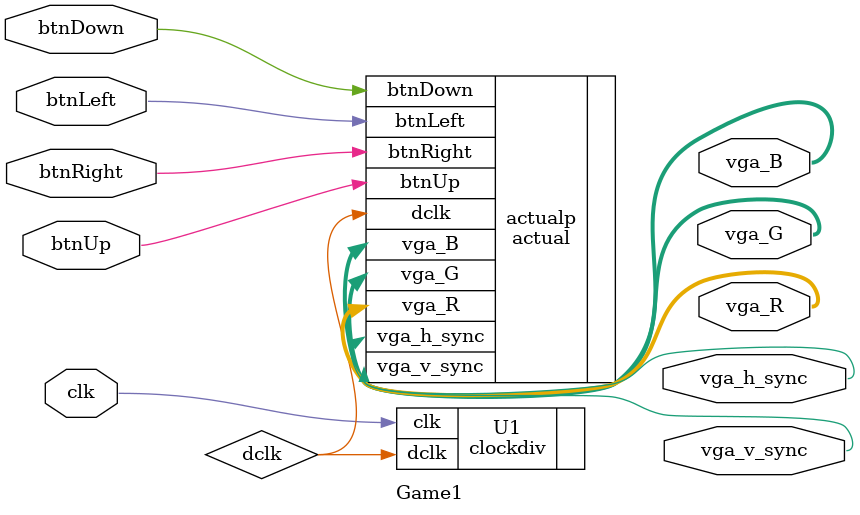
<source format=v>
`timescale 1ns / 1ps
module Game1(clk, vga_h_sync, vga_v_sync, vga_R, vga_G, vga_B, btnUp, btnDown, btnLeft, btnRight
    );
input clk;
output wire vga_h_sync, vga_v_sync;
output wire [2:0] vga_R, vga_G;
output wire [1:0] vga_B;
input btnUp, btnDown, btnLeft, btnRight;



	wire dclk;
	clockdiv U1(.clk(clk), .dclk(dclk));
	
	actual actualp(.dclk(dclk), .vga_h_sync(vga_h_sync),.vga_v_sync(vga_v_sync), 
	.vga_R(vga_R), .vga_G(vga_G), .vga_B(vga_B), 
	.btnUp(btnUp), .btnDown(btnDown), .btnLeft(btnLeft), .btnRight(btnRight) 
    );
	 
	 
endmodule

</source>
